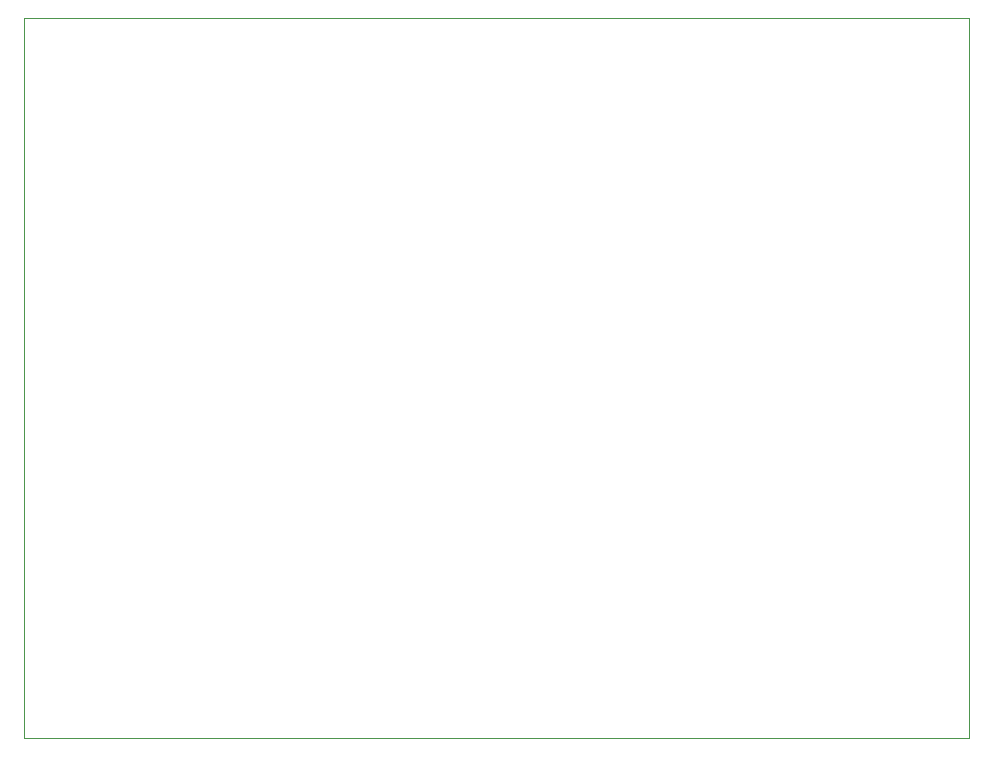
<source format=gbr>
%TF.GenerationSoftware,KiCad,Pcbnew,(5.1.9)-1*%
%TF.CreationDate,2021-02-21T16:58:34+00:00*%
%TF.ProjectId,PicoProducer,5069636f-5072-46f6-9475-6365722e6b69,rev?*%
%TF.SameCoordinates,Original*%
%TF.FileFunction,Profile,NP*%
%FSLAX46Y46*%
G04 Gerber Fmt 4.6, Leading zero omitted, Abs format (unit mm)*
G04 Created by KiCad (PCBNEW (5.1.9)-1) date 2021-02-21 16:58:34*
%MOMM*%
%LPD*%
G01*
G04 APERTURE LIST*
%TA.AperFunction,Profile*%
%ADD10C,0.100000*%
%TD*%
G04 APERTURE END LIST*
D10*
X104140000Y-22860000D02*
X104140000Y-83820000D01*
X24130000Y-22860000D02*
X104140000Y-22860000D01*
X24130000Y-83820000D02*
X24130000Y-22860000D01*
X104140000Y-83820000D02*
X24130000Y-83820000D01*
M02*

</source>
